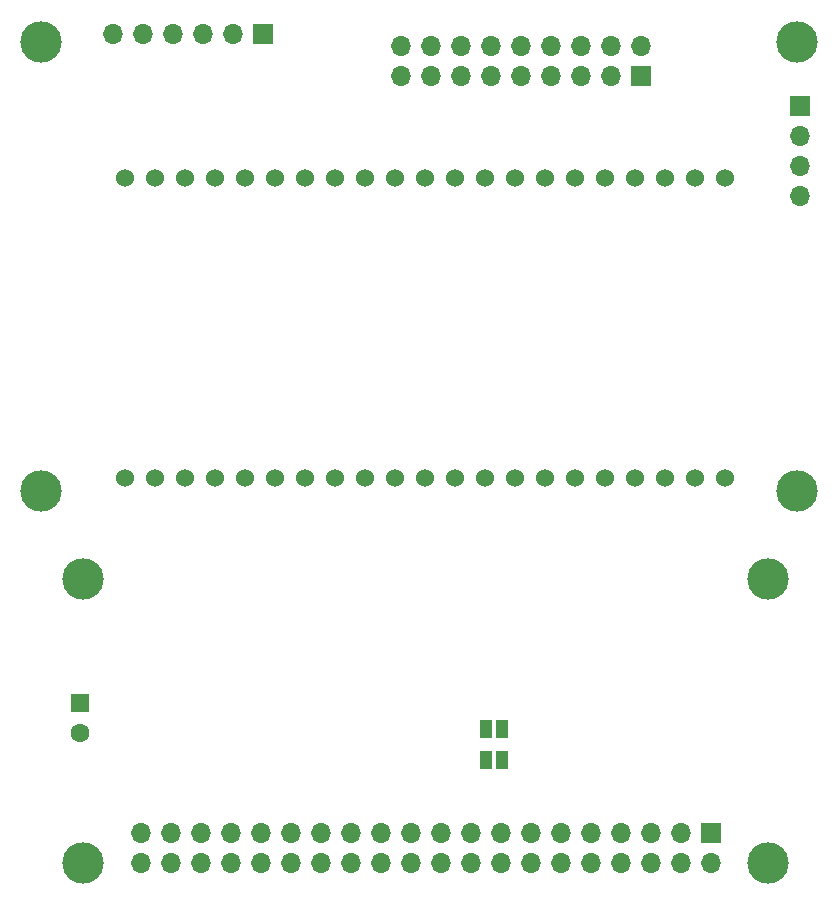
<source format=gbr>
%TF.GenerationSoftware,KiCad,Pcbnew,6.0.9-8da3e8f707~116~ubuntu20.04.1*%
%TF.CreationDate,2022-11-13T22:03:25-07:00*%
%TF.ProjectId,seedsigner-esp32-dev-board,73656564-7369-4676-9e65-722d65737033,rev?*%
%TF.SameCoordinates,Original*%
%TF.FileFunction,Soldermask,Bot*%
%TF.FilePolarity,Negative*%
%FSLAX46Y46*%
G04 Gerber Fmt 4.6, Leading zero omitted, Abs format (unit mm)*
G04 Created by KiCad (PCBNEW 6.0.9-8da3e8f707~116~ubuntu20.04.1) date 2022-11-13 22:03:25*
%MOMM*%
%LPD*%
G01*
G04 APERTURE LIST*
%ADD10R,1.000000X1.500000*%
%ADD11C,3.500000*%
%ADD12R,1.700000X1.700000*%
%ADD13O,1.700000X1.700000*%
%ADD14R,1.600000X1.600000*%
%ADD15C,1.600000*%
%ADD16C,1.530000*%
G04 APERTURE END LIST*
D10*
%TO.C,JP1*%
X42052000Y16891000D03*
X40752000Y16891000D03*
%TD*%
%TO.C,JP2*%
X40752000Y14224000D03*
X42052000Y14224000D03*
%TD*%
D11*
%TO.C,H1*%
X67000000Y37000000D03*
%TD*%
%TO.C,U3*%
X64560000Y5540000D03*
X6560000Y5540000D03*
X64560000Y29540000D03*
X6560000Y29540000D03*
D12*
X59800000Y8080000D03*
D13*
X59800000Y5540000D03*
X57260000Y8080000D03*
X57260000Y5540000D03*
X54720000Y8080000D03*
X54720000Y5540000D03*
X52180000Y8080000D03*
X52180000Y5540000D03*
X49640000Y8080000D03*
X49640000Y5540000D03*
X47100000Y8080000D03*
X47100000Y5540000D03*
X44560000Y8080000D03*
X44560000Y5540000D03*
X42020000Y8080000D03*
X42020000Y5540000D03*
X39480000Y8080000D03*
X39480000Y5540000D03*
X36940000Y8080000D03*
X36940000Y5540000D03*
X34400000Y8080000D03*
X34400000Y5540000D03*
X31860000Y8080000D03*
X31860000Y5540000D03*
X29320000Y8080000D03*
X29320000Y5540000D03*
X26780000Y8080000D03*
X26780000Y5540000D03*
X24240000Y8080000D03*
X24240000Y5540000D03*
X21700000Y8080000D03*
X21700000Y5540000D03*
X19160000Y8080000D03*
X19160000Y5540000D03*
X16620000Y8080000D03*
X16620000Y5540000D03*
X14080000Y8080000D03*
X14080000Y5540000D03*
X11540000Y8080000D03*
X11540000Y5540000D03*
%TD*%
D11*
%TO.C,H2*%
X3000000Y37000000D03*
%TD*%
D14*
%TO.C,C1*%
X6350000Y19050000D03*
D15*
X6350000Y16550000D03*
%TD*%
D11*
%TO.C,H4*%
X3000000Y75000000D03*
%TD*%
D16*
%TO.C,U1*%
X12700000Y38100000D03*
X15240000Y38100000D03*
X17780000Y38100000D03*
X20320000Y38100000D03*
X10160000Y38100000D03*
X22860000Y38100000D03*
X25400000Y38100000D03*
X58420000Y38100000D03*
X27940000Y38100000D03*
X30480000Y38100000D03*
X33020000Y38100000D03*
X35560000Y38100000D03*
X38100000Y38100000D03*
X40640000Y38100000D03*
X43180000Y38100000D03*
X45720000Y38100000D03*
X48260000Y38100000D03*
X50800000Y38100000D03*
X53340000Y38100000D03*
X55880000Y38100000D03*
X60960000Y63500000D03*
X58420000Y63500000D03*
X55880000Y63500000D03*
X53340000Y63500000D03*
X50800000Y63500000D03*
X48260000Y63500000D03*
X45720000Y63500000D03*
X43180000Y63500000D03*
X40640000Y63500000D03*
X38100000Y63500000D03*
X35560000Y63500000D03*
X33020000Y63500000D03*
X30480000Y63500000D03*
X27940000Y63500000D03*
X25400000Y63500000D03*
X17780000Y63500000D03*
X15240000Y63500000D03*
X60960000Y38100000D03*
X10160000Y63500000D03*
X12700000Y63500000D03*
X20320000Y63500000D03*
X22860000Y63500000D03*
%TD*%
D11*
%TO.C,H3*%
X67000000Y75000000D03*
%TD*%
D12*
%TO.C,J2*%
X67310000Y69596000D03*
D13*
X67310000Y67056000D03*
X67310000Y64516000D03*
X67310000Y61976000D03*
%TD*%
D12*
%TO.C,J1*%
X21844000Y75692000D03*
D13*
X19304000Y75692000D03*
X16764000Y75692000D03*
X14224000Y75692000D03*
X11684000Y75692000D03*
X9144000Y75692000D03*
%TD*%
D12*
%TO.C,U2*%
X53848000Y72136000D03*
D13*
X53848000Y74676000D03*
X51308000Y72136000D03*
X51308000Y74676000D03*
X48768000Y72136000D03*
X48768000Y74676000D03*
X46228000Y72136000D03*
X46228000Y74676000D03*
X43688000Y72136000D03*
X43688000Y74676000D03*
X41148000Y72136000D03*
X41148000Y74676000D03*
X38608000Y72136000D03*
X38608000Y74676000D03*
X36068000Y72136000D03*
X36068000Y74676000D03*
X33528000Y72136000D03*
X33528000Y74676000D03*
%TD*%
M02*

</source>
